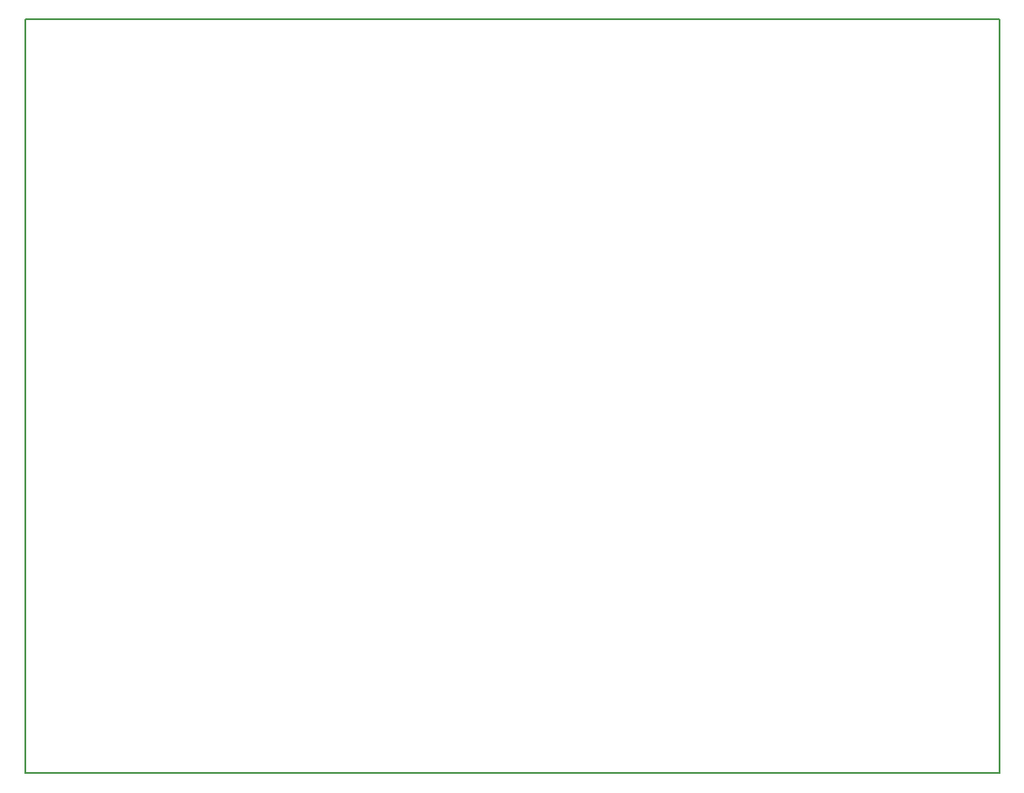
<source format=gbr>
%TF.GenerationSoftware,KiCad,Pcbnew,(5.1.5)-3*%
%TF.CreationDate,2020-02-14T17:13:18-06:00*%
%TF.ProjectId,Shield v.2,53686965-6c64-4207-962e-322e6b696361,rev?*%
%TF.SameCoordinates,Original*%
%TF.FileFunction,Profile,NP*%
%FSLAX46Y46*%
G04 Gerber Fmt 4.6, Leading zero omitted, Abs format (unit mm)*
G04 Created by KiCad (PCBNEW (5.1.5)-3) date 2020-02-14 17:13:18*
%MOMM*%
%LPD*%
G04 APERTURE LIST*
%TA.AperFunction,Profile*%
%ADD10C,0.150000*%
%TD*%
G04 APERTURE END LIST*
D10*
X101854000Y-130302000D02*
X101854000Y-72644000D01*
X196342000Y-130302000D02*
X101854000Y-130302000D01*
X196342000Y-57150000D02*
X196342000Y-130302000D01*
X101854000Y-57150000D02*
X196342000Y-57150000D01*
X101854000Y-72644000D02*
X101854000Y-57150000D01*
M02*

</source>
